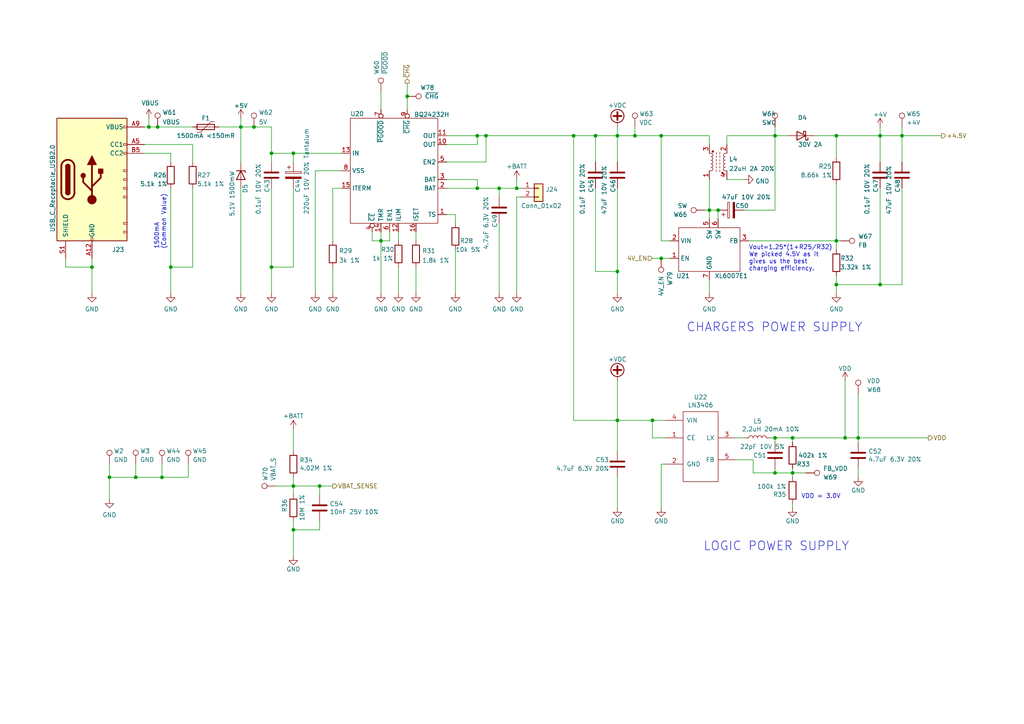
<source format=kicad_sch>
(kicad_sch (version 20211123) (generator eeschema)
  (paper "A4")
  (lib_symbols
    (symbol "Connector_Generic:Conn_01x02" (pin_names (offset 1.016) hide)
      (property "Reference" "J" (at 0 2.54 0))
      (property "Value" "Conn_01x02" (at 0 -5.08 0))
      (symbol "Conn_01x02_1_1"
        (rectangle (start -1.27 -2.413) (end 0 -2.667) (stroke (width 0.1524)))
        (rectangle (start -1.27 0.127) (end 0 -0.127) (stroke (width 0.1524)))
        (rectangle (start -1.27 1.27) (end 1.27 -3.81) (stroke (width 0.254)) (fill (type background)))
        (pin passive line (at -5.08 0 0) (length 3.81) (name "Pin_1") (number "1"))
        (pin passive line (at -5.08 -2.54 0) (length 3.81) (name "Pin_2") (number "2"))
      )
    )
    (symbol "Device:C" (pin_numbers hide) (pin_names (offset 0.254))
      (property "Reference" "C" (at 0.635 2.54 0))
      (property "Value" "C" (at 0.635 -2.54 0))
      (symbol "C_0_1"
        (polyline (pts (xy -2.032 -0.762) (xy 2.032 -0.762)) (stroke (width 0.508)))
        (polyline (pts (xy -2.032 0.762) (xy 2.032 0.762)) (stroke (width 0.508)))
      )
      (symbol "C_1_1"
        (pin passive line (at 0 3.81 270) (length 2.794) (name "~") (number "1"))
        (pin passive line (at 0 -3.81 90) (length 2.794) (name "~") (number "2"))
      )
    )
    (symbol "Device:C_Polarized" (pin_numbers hide) (pin_names (offset 0.254))
      (property "Reference" "C" (at 0.635 2.54 0))
      (property "Value" "C_Polarized" (at 0.635 -2.54 0))
      (symbol "C_Polarized_0_1"
        (rectangle (start -2.286 0.508) (end 2.286 1.016))
        (polyline (pts (xy -1.778 2.286) (xy -0.762 2.286)))
        (polyline (pts (xy -1.27 2.794) (xy -1.27 1.778)))
        (rectangle (start 2.286 -0.508) (end -2.286 -1.016) (fill (type outline)))
      )
      (symbol "C_Polarized_1_1"
        (pin passive line (at 0 3.81 270) (length 2.794) (name "~") (number "1"))
        (pin passive line (at 0 -3.81 90) (length 2.794) (name "~") (number "2"))
      )
    )
    (symbol "Device:D_Schottky" (pin_numbers hide) (pin_names (offset 1.016) hide)
      (property "Reference" "D" (at 0 2.54 0))
      (property "Value" "D_Schottky" (at 0 -2.54 0))
      (symbol "D_Schottky_0_1"
        (polyline (pts (xy 1.27 0) (xy -1.27 0)))
        (polyline (pts (xy 1.27 1.27) (xy 1.27 -1.27) (xy -1.27 0) (xy 1.27 1.27)) (stroke (width 0.254)))
        (polyline (pts (xy -1.905 0.635) (xy -1.905 1.27) (xy -1.27 1.27) (xy -1.27 -1.27) (xy -0.635 -1.27) (xy -0.635 -0.635)) (stroke (width 0.254)))
      )
      (symbol "D_Schottky_1_1"
        (pin passive line (at -3.81 0 0) (length 2.54) (name "K") (number "1"))
        (pin passive line (at 3.81 0 180) (length 2.54) (name "A") (number "2"))
      )
    )
    (symbol "Device:D_Zener" (pin_numbers hide) (pin_names (offset 1.016) hide)
      (property "Reference" "D" (at 0 2.54 0))
      (property "Value" "D_Zener" (at 0 -2.54 0))
      (symbol "D_Zener_0_1"
        (polyline (pts (xy 1.27 0) (xy -1.27 0)))
        (polyline (pts (xy -1.27 -1.27) (xy -1.27 1.27) (xy -0.762 1.27)) (stroke (width 0.254)))
        (polyline (pts (xy 1.27 -1.27) (xy 1.27 1.27) (xy -1.27 0) (xy 1.27 -1.27)) (stroke (width 0.254)))
      )
      (symbol "D_Zener_1_1"
        (pin passive line (at -3.81 0 0) (length 2.54) (name "K") (number "1"))
        (pin passive line (at 3.81 0 180) (length 2.54) (name "A") (number "2"))
      )
    )
    (symbol "Device:L" (pin_numbers hide) (pin_names (offset 1.016) hide)
      (property "Reference" "L" (at -1.27 0 90))
      (property "Value" "L" (at 1.905 0 90))
      (symbol "L_0_1"
        (arc (start 0 -2.54) (mid 0.635 -1.905) (end 0 -1.27))
        (arc (start 0 -1.27) (mid 0.635 -0.635) (end 0 0))
        (arc (start 0 0) (mid 0.635 0.635) (end 0 1.27))
        (arc (start 0 1.27) (mid 0.635 1.905) (end 0 2.54))
      )
      (symbol "L_1_1"
        (pin passive line (at 0 3.81 270) (length 1.27) (name "1") (number "1"))
        (pin passive line (at 0 -3.81 90) (length 1.27) (name "2") (number "2"))
      )
    )
    (symbol "Device:Polyfuse" (pin_numbers hide) (pin_names (offset 0))
      (property "Reference" "F" (at -2.54 0 90))
      (property "Value" "Polyfuse" (at 2.54 0 90))
      (symbol "Polyfuse_0_1"
        (rectangle (start -0.762 2.54) (end 0.762 -2.54) (stroke (width 0.254)))
        (polyline (pts (xy 0 2.54) (xy 0 -2.54)))
        (polyline (pts (xy -1.524 2.54) (xy -1.524 1.524) (xy 1.524 -1.524) (xy 1.524 -2.54)))
      )
      (symbol "Polyfuse_1_1"
        (pin passive line (at 0 3.81 270) (length 1.27) (name "~") (number "1"))
        (pin passive line (at 0 -3.81 90) (length 1.27) (name "~") (number "2"))
      )
    )
    (symbol "Device:R" (pin_numbers hide) (pin_names (offset 0))
      (property "Reference" "R" (at 2.032 0 90))
      (property "Value" "R" (at 0 0 90))
      (symbol "R_0_1"
        (rectangle (start -1.016 -2.54) (end 1.016 2.54) (stroke (width 0.254)))
      )
      (symbol "R_1_1"
        (pin passive line (at 0 3.81 270) (length 1.27) (name "~") (number "1"))
        (pin passive line (at 0 -3.81 90) (length 1.27) (name "~") (number "2"))
      )
    )
    (symbol "Pixels-dice:BQ24232H"
      (property "Reference" "U" (at 11.43 -16.51 0))
      (property "Value" "BQ24232H" (at 10.16 16.51 0))
      (symbol "BQ24232H_0_1"
        (rectangle (start -12.7 15.24) (end 12.7 -15.24))
      )
      (symbol "BQ24232H_1_1"
        (pin input line (at 15.24 -12.7 180) (length 2.54) (name "TS") (number "1"))
        (pin output line (at 15.24 7.62 180) (length 2.54) (name "OUT") (number "10"))
        (pin output line (at 15.24 10.16 180) (length 2.54) (name "OUT") (number "11"))
        (pin input line (at 1.27 -17.78 90) (length 2.54) (name "ILIM") (number "12"))
        (pin power_in line (at -15.24 5.08 0) (length 2.54) (name "IN") (number "13"))
        (pin input line (at -3.81 -17.78 90) (length 2.54) (name "TMR") (number "14"))
        (pin input line (at -15.24 -5.08 0) (length 2.54) (name "ITERM") (number "15"))
        (pin input line (at 6.35 -17.78 90) (length 2.54) (name "ISET") (number "16"))
        (pin power_in line (at 15.24 -5.08 180) (length 2.54) (name "BAT") (number "2"))
        (pin power_in line (at 15.24 -2.54 180) (length 2.54) (name "BAT") (number "3"))
        (pin input inverted (at -6.35 -17.78 90) (length 2.54) (name "~{CE}") (number "4"))
        (pin input line (at 15.24 2.54 180) (length 2.54) (name "EN2") (number "5"))
        (pin input line (at -1.27 -17.78 90) (length 2.54) (name "EN1") (number "6"))
        (pin input inverted (at -3.81 17.78 270) (length 2.54) (name "~{PGOOD}") (number "7"))
        (pin power_in line (at -15.24 0 0) (length 2.54) (name "VSS") (number "8"))
        (pin output inverted (at 3.81 17.78 270) (length 2.54) (name "~{CHG}") (number "9"))
      )
    )
    (symbol "Pixels-dice:LN3406" (pin_names (offset 1.016))
      (property "Reference" "U" (at 2.54 -11.43 0))
      (property "Value" "LN3406" (at -1.27 11.43 0))
      (symbol "LN3406_0_1"
        (rectangle (start -5.08 10.16) (end 5.08 -10.16))
      )
      (symbol "LN3406_1_1"
        (pin input line (at -10.16 2.54 0) (length 5.08) (name "CE") (number "1"))
        (pin power_in line (at -10.16 -5.08 0) (length 5.08) (name "GND") (number "2"))
        (pin power_out line (at 10.16 2.54 180) (length 5.08) (name "LX") (number "3"))
        (pin power_in line (at -10.16 7.62 0) (length 5.08) (name "VIN") (number "4"))
        (pin input line (at 10.16 -3.81 180) (length 5.08) (name "FB") (number "5"))
      )
    )
    (symbol "Pixels-dice:L_Ferrite_Coupled_Murata" (pin_names (offset 0.254) hide)
      (property "Reference" "L" (at 0 4.445 0))
      (property "Value" "L_Ferrite_Coupled_Murata" (at 0 -4.445 0))
      (symbol "L_Ferrite_Coupled_Murata_0_1"
        (circle (center -3.048 1.524) (radius 0.254) (fill (type outline)))
        (arc (start -2.54 2.032) (mid -2.032 1.524) (end -1.524 2.032))
        (arc (start -1.524 -2.032) (mid -2.032 -1.524) (end -2.54 -2.032))
        (arc (start -1.524 2.032) (mid -1.016 1.524) (end -0.508 2.032))
        (arc (start -0.508 -2.032) (mid -1.016 -1.524) (end -1.524 -2.032))
        (arc (start -0.508 2.032) (mid 0 1.524) (end 0.508 2.032))
        (polyline (pts (xy -2.794 -0.508) (xy -2.286 -0.508)))
        (polyline (pts (xy -2.794 0.508) (xy -2.286 0.508)))
        (polyline (pts (xy -2.54 -2.032) (xy -2.54 -2.54)))
        (polyline (pts (xy -2.54 2.032) (xy -2.54 2.54)))
        (polyline (pts (xy -1.778 -0.508) (xy -1.27 -0.508)))
        (polyline (pts (xy -1.778 0.508) (xy -1.27 0.508)))
        (polyline (pts (xy -0.762 -0.508) (xy -0.254 -0.508)))
        (polyline (pts (xy -0.762 0.508) (xy -0.254 0.508)))
        (polyline (pts (xy 0.254 -0.508) (xy 0.762 -0.508)))
        (polyline (pts (xy 0.254 0.508) (xy 0.762 0.508)))
        (polyline (pts (xy 1.27 -0.508) (xy 1.778 -0.508)))
        (polyline (pts (xy 1.27 0.508) (xy 1.778 0.508)))
        (polyline (pts (xy 2.286 -0.508) (xy 2.794 -0.508)))
        (polyline (pts (xy 2.286 0.508) (xy 2.794 0.508)))
        (polyline (pts (xy 2.54 -2.032) (xy 2.54 -2.54)))
        (polyline (pts (xy 2.54 2.54) (xy 2.54 2.032)))
        (arc (start 0.508 -2.032) (mid 0 -1.524) (end -0.508 -2.032))
        (arc (start 0.508 2.032) (mid 1.016 1.524) (end 1.524 2.032))
        (arc (start 1.524 -2.032) (mid 1.016 -1.524) (end 0.508 -2.032))
        (arc (start 1.524 2.032) (mid 2.032 1.524) (end 2.54 2.032))
        (arc (start 2.54 -2.032) (mid 2.032 -1.524) (end 1.524 -2.032))
        (circle (center 3.175 -1.27) (radius 0.254) (fill (type outline)))
      )
      (symbol "L_Ferrite_Coupled_Murata_1_1"
        (pin passive line (at 5.08 2.54 180) (length 2.54) (name "1") (number "1"))
        (pin passive line (at -5.08 -2.54 0) (length 2.54) (name "2") (number "2"))
        (pin passive line (at -5.08 2.54 0) (length 2.54) (name "3") (number "3"))
        (pin passive line (at 5.08 -2.54 180) (length 2.54) (name "4") (number "4"))
      )
    )
    (symbol "Pixels-dice:TEST_1P-conn" (pin_numbers hide) (pin_names (offset 0.762) hide)
      (property "Reference" "W" (at 0 6.858 0))
      (property "Value" "TEST_1P-conn" (at 0 5.08 0))
      (symbol "TEST_1P-conn_0_1"
        (circle (center 0 3.302) (radius 0.762))
      )
      (symbol "TEST_1P-conn_1_1"
        (pin passive line (at 0 0 90) (length 2.54) (name "1") (number "1"))
      )
    )
    (symbol "Pixels-dice:USB_C_Receptacle_USB2.0" (pin_names (offset 1.016))
      (property "Reference" "J" (at -10.16 19.05 0))
      (property "Value" "USB_C_Receptacle_USB2.0" (at 19.05 19.05 0))
      (symbol "USB_C_Receptacle_USB2.0_0_0"
        (rectangle (start -0.254 -17.78) (end 0.254 -16.764))
        (rectangle (start 10.16 -14.986) (end 9.144 -15.494))
        (rectangle (start 10.16 -12.446) (end 9.144 -12.954))
        (rectangle (start 10.16 -4.826) (end 9.144 -5.334))
        (rectangle (start 10.16 -2.286) (end 9.144 -2.794))
        (rectangle (start 10.16 0.254) (end 9.144 -0.254))
        (rectangle (start 10.16 2.794) (end 9.144 2.286))
        (rectangle (start 10.16 7.874) (end 9.144 7.366))
        (rectangle (start 10.16 10.414) (end 9.144 9.906))
        (rectangle (start 10.16 15.494) (end 9.144 14.986))
      )
      (symbol "USB_C_Receptacle_USB2.0_0_1"
        (rectangle (start -10.16 17.78) (end 10.16 -17.78) (stroke (width 0.254)) (fill (type background)))
        (arc (start -8.89 -3.81) (mid -6.985 -5.715) (end -5.08 -3.81) (stroke (width 0.508)))
        (arc (start -7.62 -3.81) (mid -6.985 -4.445) (end -6.35 -3.81) (stroke (width 0.254)))
        (arc (start -7.62 -3.81) (mid -6.985 -4.445) (end -6.35 -3.81) (stroke (width 0.254)) (fill (type outline)))
        (rectangle (start -7.62 -3.81) (end -6.35 3.81) (stroke (width 0.254)) (fill (type outline)))
        (arc (start -6.35 3.81) (mid -6.985 4.445) (end -7.62 3.81) (stroke (width 0.254)))
        (arc (start -6.35 3.81) (mid -6.985 4.445) (end -7.62 3.81) (stroke (width 0.254)) (fill (type outline)))
        (arc (start -5.08 3.81) (mid -6.985 5.715) (end -8.89 3.81) (stroke (width 0.508)))
        (circle (center -2.54 1.143) (radius 0.635) (stroke (width 0.254)) (fill (type outline)))
        (circle (center 0 -5.842) (radius 1.27) (fill (type outline)))
        (polyline (pts (xy -8.89 -3.81) (xy -8.89 3.81)) (stroke (width 0.508)))
        (polyline (pts (xy -5.08 3.81) (xy -5.08 -3.81)) (stroke (width 0.508)))
        (polyline (pts (xy 0 -5.842) (xy 0 4.318)) (stroke (width 0.508)))
        (polyline (pts (xy 0 -3.302) (xy -2.54 -0.762) (xy -2.54 0.508)) (stroke (width 0.508)))
        (polyline (pts (xy 0 -2.032) (xy 2.54 0.508) (xy 2.54 1.778)) (stroke (width 0.508)))
        (polyline (pts (xy -1.27 4.318) (xy 0 6.858) (xy 1.27 4.318) (xy -1.27 4.318)) (stroke (width 0.254)) (fill (type outline)))
        (rectangle (start 1.905 1.778) (end 3.175 3.048) (stroke (width 0.254)) (fill (type outline)))
      )
      (symbol "USB_C_Receptacle_USB2.0_1_1"
        (pin passive line (at 0 -22.86 90) (length 5.08) (name "GND") (number "A12"))
        (pin bidirectional line (at 15.24 10.16 180) (length 5.08) (name "CC1") (number "A5"))
        (pin passive line (at 15.24 15.24 180) (length 5.08) (name "VBUS") (number "A9"))
        (pin passive line (at 0 -22.86 90) (length 5.08) hide (name "GND") (number "B12"))
        (pin bidirectional line (at 15.24 7.62 180) (length 5.08) (name "CC2") (number "B5"))
        (pin passive line (at 15.24 15.24 180) (length 5.08) hide (name "VBUS") (number "B9"))
        (pin passive line (at -7.62 -22.86 90) (length 5.08) (name "SHIELD") (number "S1"))
      )
    )
    (symbol "Pixels-dice:XL6007E1"
      (property "Reference" "U" (at -8.89 -7.62 0))
      (property "Value" "XL6007E1" (at -6.35 7.62 0))
      (symbol "XL6007E1_0_1"
        (rectangle (start -8.89 6.35) (end 8.89 -6.35))
      )
      (symbol "XL6007E1_1_1"
        (pin input line (at -11.43 -2.54 0) (length 2.54) (name "EN") (number "1"))
        (pin power_in line (at -11.43 2.54 0) (length 2.54) (name "VIN") (number "2"))
        (pin input line (at 11.43 2.54 180) (length 2.54) (name "FB") (number "3"))
        (pin power_out line (at 0 8.89 270) (length 2.54) (name "SW") (number "5"))
        (pin power_out line (at 2.54 8.89 270) (length 2.54) (name "SW") (number "6"))
        (pin power_in line (at 0 -8.89 90) (length 2.54) (name "GND") (number "7"))
        (pin power_in line (at 2.54 -8.89 90) (length 2.54) hide (name "GND") (number "8"))
      )
    )
    (symbol "power:+4V" (power) (pin_names (offset 0))
      (property "Value" "+4V" (at 0 3.556 0))
      (symbol "+4V_0_1"
        (polyline (pts (xy -0.762 1.27) (xy 0 2.54)))
        (polyline (pts (xy 0 0) (xy 0 2.54)))
        (polyline (pts (xy 0 2.54) (xy 0.762 1.27)))
      )
      (symbol "+4V_1_1"
        (pin power_in line (at 0 0 90) (length 0) hide (name "+4V") (number "1"))
      )
    )
    (symbol "power:+5V" (power) (pin_names (offset 0))
      (property "Value" "+5V" (at 0 3.556 0))
      (symbol "+5V_0_1"
        (polyline (pts (xy -0.762 1.27) (xy 0 2.54)))
        (polyline (pts (xy 0 0) (xy 0 2.54)))
        (polyline (pts (xy 0 2.54) (xy 0.762 1.27)))
      )
      (symbol "+5V_1_1"
        (pin power_in line (at 0 0 90) (length 0) hide (name "+5V") (number "1"))
      )
    )
    (symbol "power:+BATT" (power) (pin_names (offset 0))
      (property "Value" "+BATT" (at 0 3.556 0))
      (symbol "+BATT_0_1"
        (polyline (pts (xy -0.762 1.27) (xy 0 2.54)))
        (polyline (pts (xy 0 0) (xy 0 2.54)))
        (polyline (pts (xy 0 2.54) (xy 0.762 1.27)))
      )
      (symbol "+BATT_1_1"
        (pin power_in line (at 0 0 90) (length 0) hide (name "+BATT") (number "1"))
      )
    )
    (symbol "power:+VDC" (power) (pin_names (offset 0))
      (property "Value" "+VDC" (at 0 6.35 0))
      (symbol "+VDC_0_1"
        (polyline (pts (xy -1.143 3.175) (xy 1.143 3.175)) (stroke (width 0.508)))
        (polyline (pts (xy 0 0) (xy 0 1.27)))
        (polyline (pts (xy 0 2.032) (xy 0 4.318)) (stroke (width 0.508)))
        (circle (center 0 3.175) (radius 1.905) (stroke (width 0.254)))
      )
      (symbol "+VDC_1_1"
        (pin power_in line (at 0 0 90) (length 0) hide (name "+VDC") (number "1"))
      )
    )
    (symbol "power:GND" (power) (pin_names (offset 0))
      (property "Value" "GND" (at 0 -3.81 0))
      (symbol "GND_0_1"
        (polyline (pts (xy 0 0) (xy 0 -1.27) (xy 1.27 -1.27) (xy 0 -2.54) (xy -1.27 -1.27) (xy 0 -1.27)))
      )
      (symbol "GND_1_1"
        (pin power_in line (at 0 0 270) (length 0) hide (name "GND") (number "1"))
      )
    )
    (symbol "power:VBUS" (power) (pin_names (offset 0))
      (property "Value" "VBUS" (at 0 3.81 0))
      (symbol "VBUS_0_1"
        (polyline (pts (xy -0.762 1.27) (xy 0 2.54)))
        (polyline (pts (xy 0 0) (xy 0 2.54)))
        (polyline (pts (xy 0 2.54) (xy 0.762 1.27)))
      )
      (symbol "VBUS_1_1"
        (pin power_in line (at 0 0 90) (length 0) hide (name "VBUS") (number "1"))
      )
    )
    (symbol "power:VDD" (power) (pin_names (offset 0))
      (property "Value" "VDD" (at 0 3.81 0))
      (symbol "VDD_0_1"
        (polyline (pts (xy -0.762 1.27) (xy 0 2.54)))
        (polyline (pts (xy 0 0) (xy 0 2.54)))
        (polyline (pts (xy 0 2.54) (xy 0.762 1.27)))
      )
      (symbol "VDD_1_1"
        (pin power_in line (at 0 0 90) (length 0) hide (name "VDD") (number "1"))
      )
    )
  )
  (junction (at 172.72 39.37))
  (junction (at 245.11 127))
  (junction (at 229.87 137.16))
  (junction (at 261.62 39.37))
  (junction (at 166.37 39.37))
  (junction (at 248.92 127))
  (junction (at 224.79 39.37))
  (junction (at 92.71 140.97))
  (junction (at 208.28 60.96))
  (junction (at 179.07 39.37))
  (junction (at 43.18 36.83))
  (junction (at 110.49 69.85))
  (junction (at 69.85 36.83))
  (junction (at 229.87 127))
  (junction (at 39.37 138.43))
  (junction (at 26.67 77.47))
  (junction (at 191.77 39.37))
  (junction (at 205.74 60.96))
  (junction (at 242.57 39.37))
  (junction (at 242.57 82.55))
  (junction (at 189.23 121.92))
  (junction (at 73.66 36.83))
  (junction (at 149.86 54.61))
  (junction (at 138.43 54.61))
  (junction (at 140.97 39.37))
  (junction (at 85.09 153.67))
  (junction (at 144.78 54.61))
  (junction (at 46.99 138.43))
  (junction (at 85.09 44.45))
  (junction (at 242.57 69.85))
  (junction (at 138.43 39.37))
  (junction (at 184.15 39.37))
  (junction (at 78.74 77.47))
  (junction (at 224.79 137.16))
  (junction (at 49.53 77.47))
  (junction (at 224.79 127))
  (junction (at 78.74 44.45))
  (junction (at 118.11 27.94))
  (junction (at 255.27 82.55))
  (junction (at 85.09 140.97))
  (junction (at 179.07 121.92))
  (junction (at 31.75 138.43))
  (junction (at 191.77 74.93))
  (junction (at 255.27 39.37))
  (junction (at 179.07 78.74))
  (junction (at 45.72 36.83))
  (wire (pts (xy 49.53 77.47) (xy 55.88 77.47)))
  (wire (pts (xy 96.52 77.47) (xy 96.52 85.09)))
  (wire (pts (xy 255.27 39.37) (xy 255.27 36.83)))
  (wire (pts (xy 43.18 34.29) (xy 43.18 36.83)))
  (wire (pts (xy 205.74 52.07) (xy 205.74 60.96)))
  (wire (pts (xy 31.75 138.43) (xy 31.75 144.78)))
  (wire (pts (xy 110.49 69.85) (xy 110.49 85.09)))
  (wire (pts (xy 172.72 39.37) (xy 172.72 46.99)))
  (wire (pts (xy 129.54 62.23) (xy 132.08 62.23)))
  (wire (pts (xy 144.78 64.77) (xy 144.78 85.09)))
  (wire (pts (xy 189.23 121.92) (xy 193.04 121.92)))
  (wire (pts (xy 172.72 54.61) (xy 172.72 78.74)))
  (wire (pts (xy 41.91 41.91) (xy 55.88 41.91)))
  (wire (pts (xy 166.37 39.37) (xy 172.72 39.37)))
  (wire (pts (xy 129.54 41.91) (xy 138.43 41.91)))
  (wire (pts (xy 191.77 39.37) (xy 191.77 69.85)))
  (wire (pts (xy 242.57 82.55) (xy 255.27 82.55)))
  (wire (pts (xy 179.07 138.43) (xy 179.07 147.32)))
  (wire (pts (xy 255.27 54.61) (xy 255.27 82.55)))
  (wire (pts (xy 208.28 60.96) (xy 208.28 63.5)))
  (wire (pts (xy 261.62 39.37) (xy 261.62 46.99)))
  (wire (pts (xy 172.72 78.74) (xy 179.07 78.74)))
  (wire (pts (xy 179.07 110.49) (xy 179.07 121.92)))
  (wire (pts (xy 191.77 134.62) (xy 191.77 147.32)))
  (wire (pts (xy 144.78 54.61) (xy 149.86 54.61)))
  (wire (pts (xy 242.57 69.85) (xy 243.84 69.85)))
  (wire (pts (xy 78.74 54.61) (xy 78.74 77.47)))
  (wire (pts (xy 78.74 44.45) (xy 78.74 46.99)))
  (wire (pts (xy 215.9 127) (xy 213.36 127)))
  (wire (pts (xy 26.67 74.93) (xy 26.67 77.47)))
  (wire (pts (xy 69.85 34.29) (xy 69.85 36.83)))
  (wire (pts (xy 242.57 69.85) (xy 242.57 72.39)))
  (wire (pts (xy 92.71 153.67) (xy 85.09 153.67)))
  (wire (pts (xy 85.09 124.46) (xy 85.09 130.81)))
  (wire (pts (xy 179.07 39.37) (xy 179.07 46.99)))
  (wire (pts (xy 118.11 27.94) (xy 118.11 31.75)))
  (wire (pts (xy 229.87 137.16) (xy 229.87 138.43)))
  (wire (pts (xy 255.27 39.37) (xy 255.27 46.99)))
  (wire (pts (xy 166.37 121.92) (xy 179.07 121.92)))
  (wire (pts (xy 179.07 39.37) (xy 184.15 39.37)))
  (wire (pts (xy 113.03 67.31) (xy 113.03 69.85)))
  (wire (pts (xy 261.62 54.61) (xy 261.62 82.55)))
  (wire (pts (xy 149.86 52.07) (xy 149.86 54.61)))
  (wire (pts (xy 49.53 44.45) (xy 49.53 46.99)))
  (wire (pts (xy 205.74 81.28) (xy 205.74 85.09)))
  (wire (pts (xy 242.57 39.37) (xy 255.27 39.37)))
  (wire (pts (xy 132.08 72.39) (xy 132.08 85.09)))
  (wire (pts (xy 242.57 69.85) (xy 217.17 69.85)))
  (wire (pts (xy 19.05 77.47) (xy 26.67 77.47)))
  (wire (pts (xy 85.09 77.47) (xy 78.74 77.47)))
  (wire (pts (xy 31.75 138.43) (xy 39.37 138.43)))
  (wire (pts (xy 179.07 121.92) (xy 189.23 121.92)))
  (wire (pts (xy 85.09 44.45) (xy 99.06 44.45)))
  (wire (pts (xy 179.07 36.83) (xy 179.07 39.37)))
  (wire (pts (xy 19.05 74.93) (xy 19.05 77.47)))
  (wire (pts (xy 118.11 24.13) (xy 118.11 27.94)))
  (wire (pts (xy 224.79 127) (xy 223.52 127)))
  (wire (pts (xy 92.71 151.13) (xy 92.71 153.67)))
  (wire (pts (xy 248.92 135.89) (xy 248.92 138.43)))
  (wire (pts (xy 248.92 127) (xy 248.92 128.27)))
  (wire (pts (xy 242.57 82.55) (xy 242.57 85.09)))
  (wire (pts (xy 245.11 110.49) (xy 245.11 127)))
  (wire (pts (xy 92.71 140.97) (xy 92.71 143.51)))
  (wire (pts (xy 255.27 39.37) (xy 261.62 39.37)))
  (wire (pts (xy 224.79 137.16) (xy 229.87 137.16)))
  (wire (pts (xy 80.01 140.97) (xy 85.09 140.97)))
  (wire (pts (xy 229.87 127) (xy 245.11 127)))
  (wire (pts (xy 78.74 77.47) (xy 78.74 85.09)))
  (wire (pts (xy 191.77 74.93) (xy 194.31 74.93)))
  (wire (pts (xy 261.62 36.83) (xy 261.62 39.37)))
  (wire (pts (xy 149.86 85.09) (xy 149.86 57.15)))
  (wire (pts (xy 210.82 41.91) (xy 210.82 39.37)))
  (wire (pts (xy 245.11 127) (xy 248.92 127)))
  (wire (pts (xy 99.06 49.53) (xy 91.44 49.53)))
  (wire (pts (xy 179.07 78.74) (xy 179.07 85.09)))
  (wire (pts (xy 205.74 60.96) (xy 205.74 63.5)))
  (wire (pts (xy 248.92 114.3) (xy 248.92 127)))
  (wire (pts (xy 46.99 138.43) (xy 54.61 138.43)))
  (wire (pts (xy 85.09 140.97) (xy 92.71 140.97)))
  (wire (pts (xy 224.79 137.16) (xy 224.79 135.89)))
  (wire (pts (xy 261.62 39.37) (xy 273.05 39.37)))
  (wire (pts (xy 129.54 54.61) (xy 138.43 54.61)))
  (wire (pts (xy 242.57 39.37) (xy 242.57 45.72)))
  (wire (pts (xy 140.97 46.99) (xy 140.97 39.37)))
  (wire (pts (xy 229.87 146.05) (xy 229.87 147.32)))
  (wire (pts (xy 69.85 54.61) (xy 69.85 85.09)))
  (wire (pts (xy 172.72 39.37) (xy 179.07 39.37)))
  (wire (pts (xy 69.85 36.83) (xy 69.85 46.99)))
  (wire (pts (xy 73.66 36.83) (xy 78.74 36.83)))
  (wire (pts (xy 140.97 39.37) (xy 166.37 39.37)))
  (wire (pts (xy 229.87 137.16) (xy 229.87 135.89)))
  (wire (pts (xy 132.08 62.23) (xy 132.08 64.77)))
  (wire (pts (xy 138.43 41.91) (xy 138.43 39.37)))
  (wire (pts (xy 78.74 36.83) (xy 78.74 44.45)))
  (wire (pts (xy 236.22 39.37) (xy 242.57 39.37)))
  (wire (pts (xy 242.57 80.01) (xy 242.57 82.55)))
  (wire (pts (xy 110.49 67.31) (xy 110.49 69.85)))
  (wire (pts (xy 63.5 36.83) (xy 69.85 36.83)))
  (wire (pts (xy 138.43 39.37) (xy 140.97 39.37)))
  (wire (pts (xy 69.85 36.83) (xy 73.66 36.83)))
  (wire (pts (xy 45.72 36.83) (xy 55.88 36.83)))
  (wire (pts (xy 85.09 153.67) (xy 85.09 161.29)))
  (wire (pts (xy 191.77 69.85) (xy 194.31 69.85)))
  (wire (pts (xy 85.09 44.45) (xy 78.74 44.45)))
  (wire (pts (xy 107.95 67.31) (xy 107.95 69.85)))
  (wire (pts (xy 129.54 39.37) (xy 138.43 39.37)))
  (wire (pts (xy 229.87 137.16) (xy 233.68 137.16)))
  (wire (pts (xy 85.09 54.61) (xy 85.09 77.47)))
  (wire (pts (xy 224.79 128.27) (xy 224.79 127)))
  (wire (pts (xy 39.37 138.43) (xy 39.37 134.62)))
  (wire (pts (xy 55.88 41.91) (xy 55.88 46.99)))
  (wire (pts (xy 166.37 39.37) (xy 166.37 121.92)))
  (wire (pts (xy 85.09 151.13) (xy 85.09 153.67)))
  (wire (pts (xy 99.06 54.61) (xy 96.52 54.61)))
  (wire (pts (xy 110.49 26.67) (xy 110.49 31.75)))
  (wire (pts (xy 205.74 60.96) (xy 208.28 60.96)))
  (wire (pts (xy 215.9 60.96) (xy 224.79 60.96)))
  (wire (pts (xy 115.57 77.47) (xy 115.57 85.09)))
  (wire (pts (xy 41.91 36.83) (xy 43.18 36.83)))
  (wire (pts (xy 129.54 46.99) (xy 140.97 46.99)))
  (wire (pts (xy 31.75 134.62) (xy 31.75 138.43)))
  (wire (pts (xy 242.57 53.34) (xy 242.57 69.85)))
  (wire (pts (xy 46.99 138.43) (xy 46.99 134.62)))
  (wire (pts (xy 107.95 69.85) (xy 110.49 69.85)))
  (wire (pts (xy 41.91 44.45) (xy 49.53 44.45)))
  (wire (pts (xy 91.44 49.53) (xy 91.44 85.09)))
  (wire (pts (xy 85.09 44.45) (xy 85.09 46.99)))
  (wire (pts (xy 224.79 60.96) (xy 224.79 39.37)))
  (wire (pts (xy 229.87 128.27) (xy 229.87 127)))
  (wire (pts (xy 189.23 74.93) (xy 191.77 74.93)))
  (wire (pts (xy 96.52 54.61) (xy 96.52 69.85)))
  (wire (pts (xy 55.88 54.61) (xy 55.88 77.47)))
  (wire (pts (xy 149.86 54.61) (xy 151.13 54.61)))
  (wire (pts (xy 184.15 36.83) (xy 184.15 39.37)))
  (wire (pts (xy 189.23 127) (xy 189.23 121.92)))
  (wire (pts (xy 54.61 138.43) (xy 54.61 134.62)))
  (wire (pts (xy 179.07 130.81) (xy 179.07 121.92)))
  (wire (pts (xy 179.07 54.61) (xy 179.07 78.74)))
  (wire (pts (xy 43.18 36.83) (xy 45.72 36.83)))
  (wire (pts (xy 191.77 134.62) (xy 193.04 134.62)))
  (wire (pts (xy 224.79 36.83) (xy 224.79 39.37)))
  (wire (pts (xy 138.43 54.61) (xy 144.78 54.61)))
  (wire (pts (xy 26.67 77.47) (xy 26.67 85.09)))
  (wire (pts (xy 205.74 39.37) (xy 205.74 41.91)))
  (wire (pts (xy 144.78 54.61) (xy 144.78 57.15)))
  (wire (pts (xy 261.62 82.55) (xy 255.27 82.55)))
  (wire (pts (xy 248.92 127) (xy 269.24 127)))
  (wire (pts (xy 49.53 77.47) (xy 49.53 85.09)))
  (wire (pts (xy 138.43 52.07) (xy 138.43 54.61)))
  (wire (pts (xy 191.77 39.37) (xy 205.74 39.37)))
  (wire (pts (xy 85.09 138.43) (xy 85.09 140.97)))
  (wire (pts (xy 224.79 39.37) (xy 228.6 39.37)))
  (wire (pts (xy 113.03 69.85) (xy 110.49 69.85)))
  (wire (pts (xy 218.44 137.16) (xy 224.79 137.16)))
  (wire (pts (xy 210.82 39.37) (xy 224.79 39.37)))
  (wire (pts (xy 85.09 140.97) (xy 85.09 143.51)))
  (wire (pts (xy 149.86 57.15) (xy 151.13 57.15)))
  (wire (pts (xy 129.54 52.07) (xy 138.43 52.07)))
  (wire (pts (xy 120.65 77.47) (xy 120.65 85.09)))
  (wire (pts (xy 213.36 133.35) (xy 218.44 133.35)))
  (wire (pts (xy 92.71 140.97) (xy 96.52 140.97)))
  (wire (pts (xy 204.47 60.96) (xy 205.74 60.96)))
  (wire (pts (xy 39.37 138.43) (xy 46.99 138.43)))
  (wire (pts (xy 210.82 52.07) (xy 215.9 52.07)))
  (wire (pts (xy 49.53 54.61) (xy 49.53 77.47)))
  (wire (pts (xy 218.44 133.35) (xy 218.44 137.16)))
  (wire (pts (xy 229.87 127) (xy 224.79 127)))
  (wire (pts (xy 120.65 67.31) (xy 120.65 69.85)))
  (wire (pts (xy 115.57 67.31) (xy 115.57 69.85)))
  (wire (pts (xy 193.04 127) (xy 189.23 127)))
  (wire (pts (xy 184.15 39.37) (xy 191.77 39.37)))
  (text "1500mA\n(Common Value)" (at 48.26 72.39 90) (effects (font (size 1.27 1.27)) (justify left bottom)))
  (text "CHARGERS POWER SUPPLY" (at 250.19 96.52 180) (effects (font (size 2.54 2.54)) (justify right bottom)))
  (text "VDD = 3.0V" (at 243.84 144.78 180) (effects (font (size 1.27 1.27)) (justify right bottom)))
  (text "LOGIC POWER SUPPLY" (at 246.38 160.02 180) (effects (font (size 2.54 2.54)) (justify right bottom)))
  (text "Vout=1.25*(1+R25/R32)\nWe picked 4.5V as it\ngives us the best\ncharging efficiency." (at 217.17 78.74 0) (effects (font (size 1.27 1.27)) (justify left bottom)))
  (hierarchical_label "4V_EN" (shape input) (at 189.23 74.93 180))
  (hierarchical_label "VDD" (shape output) (at 269.24 127 0))
  (hierarchical_label "VBAT_SENSE" (shape output) (at 96.52 140.97 0))
  (hierarchical_label "+4.5V" (shape output) (at 273.05 39.37 0))
  (hierarchical_label "~{CHG}" (shape output) (at 118.11 24.13 90))
  (symbol (lib_id "Device:L") (at 219.71 127 90) (unit 1)
    (property "Reference" "L5" (at 219.71 122.174 90))
    (property "Value" "2.2uH 20mA 10%" (at 223.52 124.46 90))
    (property "Footprint" "Inductor_SMD:L_0805_2012Metric" (effects hide))
    (property "Generic OK" "YES" (effects hide))
    (property "Pixels Part Number" "SMD-L004" (effects hide))
    (property "Manufacturer" "Bourns" (effects hide))
    (property "Manufacturer Part Number" "CV201210-2R2K" (effects hide))
    (property "LCSC Part Number" "C139455" (effects hide))
  )
  (symbol (lib_id "power:GND") (at 132.08 85.09 0) (unit 1)
    (property "Reference" "#PWR073" (effects hide))
    (property "Value" "GND" (at 132.08 89.6525 0))
  )
  (symbol (lib_id "Device:C") (at 255.27 50.8 0) (unit 1)
    (property "Reference" "C47" (at 254 55.88 90) (effects (justify left)))
    (property "Value" "0.1uF 10V 20%" (at 251.46 62.23 90) (effects (justify left)))
    (property "Footprint" "Capacitor_SMD:C_0402_1005Metric" (effects hide))
    (property "LCSC Part Number" "C2168305" (effects hide))
    (property "Manufacturer" "Murata" (effects hide))
    (property "Manufacturer Part Number" "GRM155R71E104KE14J" (effects hide))
  )
  (symbol (lib_id "Pixels-dice:TEST_1P-conn") (at 261.62 36.83 0) (unit 1)
    (property "Reference" "W65" (at 262.89 33.02 0) (effects (justify left)))
    (property "Value" "+4V" (at 262.89 35.56 0) (effects (justify left)))
    (property "Footprint" "Pixels-dice:TestPoint_THTPad_1.5x1.5mm_Drill0.7mm" (effects hide))
  )
  (symbol (lib_id "Device:R") (at 242.57 49.53 0) (unit 1)
    (property "Reference" "R25" (at 241.3 48.26 0) (effects (justify right)))
    (property "Value" "8.66k 1%" (at 241.3 50.8 0) (effects (justify right)))
    (property "Footprint" "Resistor_SMD:R_0402_1005Metric" (effects hide))
    (property "LCSC Part Number" "C270576" (effects hide))
    (property "Manufacturer" "UNI-ROYAL(Uniroyal Elec)" (effects hide))
    (property "Manufacturer Part Number" "0402WGF8661TCE" (effects hide))
  )
  (symbol (lib_id "Device:R") (at 115.57 73.66 0) (unit 1)
    (property "Reference" "R30" (at 110.49 72.39 0) (effects (justify left)))
    (property "Value" "1k 1%" (at 107.95 74.93 0) (effects (justify left)))
    (property "Footprint" "Resistor_SMD:R_0402_1005Metric" (effects hide))
    (property "LCSC Part Number" "C11702" (effects hide))
    (property "Manufacturer" "UNI-ROYAL(Uniroyal Elec)" (effects hide))
    (property "Manufacturer Part Number" "0402WGF1001TCE" (effects hide))
  )
  (symbol (lib_id "power:+5V") (at 69.85 34.29 0) (unit 1)
    (property "Reference" "#PWR059" (effects hide))
    (property "Value" "+5V" (at 69.85 30.6855 0))
  )
  (symbol (lib_id "Pixels-dice:TEST_1P-conn") (at 73.66 36.83 0) (unit 1)
    (property "Reference" "W62" (at 75.057 32.6195 0) (effects (justify left)))
    (property "Value" "5V" (at 75.057 35.3946 0) (effects (justify left)))
    (property "Footprint" "Pixels-dice:TEST_PIN" (effects hide))
  )
  (symbol (lib_id "power:+BATT") (at 85.09 124.46 0) (unit 1)
    (property "Reference" "#PWR081" (effects hide))
    (property "Value" "+BATT" (at 85.09 120.65 0))
  )
  (symbol (lib_id "Pixels-dice:TEST_1P-conn") (at 45.72 36.83 0) (unit 1)
    (property "Reference" "W61" (at 47.117 32.6195 0) (effects (justify left)))
    (property "Value" "VBUS" (at 47.117 35.3946 0) (effects (justify left)))
    (property "Footprint" "Pixels-dice:TestPoint_THTPad_1.5x1.5mm_Drill0.7mm" (effects hide))
  )
  (symbol (lib_id "power:GND") (at 115.57 85.09 0) (unit 1)
    (property "Reference" "#PWR071" (effects hide))
    (property "Value" "GND" (at 115.57 89.6525 0))
  )
  (symbol (lib_id "Device:Polyfuse") (at 59.69 36.83 90) (unit 1)
    (property "Reference" "F1" (at 59.69 34.29 90))
    (property "Value" "1500mA <150mR" (at 59.69 39.37 90))
    (property "Footprint" "Fuse:Fuse_1206_3216Metric" (effects hide))
    (property "Manufacturer" "Shenzhen JDT Fuse" (effects hide))
    (property "LCSC Part Number" "C135341" (effects hide))
    (property "Manufacturer Part Number" "ASMD1206-150" (effects hide))
  )
  (symbol (lib_id "Device:R") (at 49.53 50.8 180) (unit 1)
    (property "Reference" "R26" (at 44.45 50.8 0) (effects (justify right)))
    (property "Value" "5.1k 1%" (at 40.64 53.34 0) (effects (justify right)))
    (property "Footprint" "Resistor_SMD:R_0402_1005Metric" (effects hide))
    (property "LCSC Part Number" "C25905" (effects hide))
    (property "Manufacturer" "UNI-ROYAL(Uniroyal Elec)" (effects hide))
    (property "Manufacturer Part Number" "0402WGF5101TCE" (effects hide))
  )
  (symbol (lib_id "power:GND") (at 69.85 85.09 0) (unit 1)
    (property "Reference" "#PWR066" (effects hide))
    (property "Value" "GND" (at 69.85 89.6525 0))
  )
  (symbol (lib_id "power:GND") (at 49.53 85.09 0) (unit 1)
    (property "Reference" "#PWR065" (effects hide))
    (property "Value" "GND" (at 49.53 89.6525 0))
  )
  (symbol (lib_id "Device:R") (at 55.88 50.8 180) (unit 1)
    (property "Reference" "R27" (at 57.15 50.8 0) (effects (justify right)))
    (property "Value" "5.1k 1%" (at 57.15 53.34 0) (effects (justify right)))
    (property "Footprint" "Resistor_SMD:R_0402_1005Metric" (effects hide))
    (property "LCSC Part Number" "C25905" (effects hide))
    (property "Manufacturer" "UNI-ROYAL(Uniroyal Elec)" (effects hide))
    (property "Manufacturer Part Number" "0402WGF5101TCE" (effects hide))
  )
  (symbol (lib_id "Pixels-dice:TEST_1P-conn") (at 39.37 134.62 0) (unit 1)
    (property "Reference" "W3" (at 40.64 130.81 0) (effects (justify left)))
    (property "Value" "GND" (at 40.64 133.35 0) (effects (justify left)))
    (property "Footprint" "Pixels-dice:TestPoint_THTPad_1.5x1.5mm_Drill0.7mm" (effects hide))
  )
  (symbol (lib_id "power:VBUS") (at 43.18 34.29 0) (unit 1)
    (property "Reference" "#PWR058" (effects hide))
    (property "Value" "VBUS" (at 43.561 29.8958 0))
  )
  (symbol (lib_id "power:GND") (at 91.44 85.09 0) (unit 1)
    (property "Reference" "#PWR068" (effects hide))
    (property "Value" "GND" (at 91.44 89.6525 0))
  )
  (symbol (lib_id "power:GND") (at 179.07 85.09 0) (unit 1)
    (property "Reference" "#PWR076" (effects hide))
    (property "Value" "GND" (at 179.07 89.6525 0))
  )
  (symbol (lib_id "Device:R") (at 96.52 73.66 0) (unit 1)
    (property "Reference" "R29" (at 98.298 72.7515 0) (effects (justify left)))
    (property "Value" "3k 1%" (at 98.298 75.5266 0) (effects (justify left)))
    (property "Footprint" "Resistor_SMD:R_0402_1005Metric" (effects hide))
    (property "LCSC Part Number" "C25784" (effects hide))
    (property "Manufacturer" "UNI-ROYAL(Uniroyal Elec)" (effects hide))
    (property "Manufacturer Part Number" "0402WGF3001TCE" (effects hide))
  )
  (symbol (lib_id "Device:C") (at 172.72 50.8 0) (unit 1)
    (property "Reference" "C45" (at 171.45 55.88 90) (effects (justify left)))
    (property "Value" "0.1uF 10V 20%" (at 168.91 62.23 90) (effects (justify left)))
    (property "Footprint" "Capacitor_SMD:C_0402_1005Metric" (effects hide))
    (property "LCSC Part Number" "C2168305" (effects hide))
    (property "Manufacturer" "Murata" (effects hide))
    (property "Manufacturer Part Number" "GRM155R71E104KE14J" (effects hide))
  )
  (symbol (lib_id "power:GND") (at 78.74 85.09 0) (unit 1)
    (property "Reference" "#PWR067" (effects hide))
    (property "Value" "GND" (at 78.74 89.6525 0))
  )
  (symbol (lib_id "power:GND") (at 110.49 85.09 0) (unit 1)
    (property "Reference" "#PWR070" (effects hide))
    (property "Value" "GND" (at 110.49 89.6525 0))
  )
  (symbol (lib_id "Pixels-dice:USB_C_Receptacle_USB2.0") (at 26.67 52.07 0) (unit 1)
    (property "Reference" "J23" (at 34.29 72.39 0))
    (property "Value" "USB_C_Receptacle_USB2.0" (at 15.24 54.61 90))
    (property "Footprint" "Pixels-dice:USB-C-SMD_10P-P1.00-L6.8-W8.9" (effects hide))
    (property "Datasheet" "https://www.usb.org/sites/default/files/documents/usb_type-c.zip" (effects hide))
    (property "LCSC Part Number" "C283540" (effects hide))
    (property "Manufacturer" "Korean Hroparts Elec" (effects hide))
    (property "Manufacturer Part Number" "TYPE-C-31-M-17" (effects hide))
  )
  (symbol (lib_id "Device:R") (at 120.65 73.66 0) (unit 1)
    (property "Reference" "R31" (at 122.428 72.7515 0) (effects (justify left)))
    (property "Value" "1.8k 1%" (at 122.428 75.5266 0) (effects (justify left)))
    (property "Footprint" "Resistor_SMD:R_0402_1005Metric" (effects hide))
    (property "LCSC Part Number" "C25871" (effects hide))
    (property "Manufacturer" "UNI-ROYAL(Uniroyal Elec)" (effects hide))
    (property "Manufacturer Part Number" "0402WGF1801TCE" (effects hide))
  )
  (symbol (lib_id "Device:C") (at 261.62 50.8 0) (unit 1)
    (property "Reference" "C48" (at 260.35 55.88 90) (effects (justify left)))
    (property "Value" "47uF 10V 20%" (at 257.81 62.23 90) (effects (justify left)))
    (property "Footprint" "Capacitor_SMD:C_1206_3216Metric" (effects hide))
    (property "LCSC Part Number" "C94034" (effects hide))
    (property "Manufacturer" "Murata" (effects hide))
    (property "Manufacturer Part Number" "GRM31CR61A476ME15L" (effects hide))
  )
  (symbol (lib_id "power:GND") (at 31.75 144.78 0) (unit 1)
    (property "Reference" "#PWR010" (effects hide))
    (property "Value" "GND" (at 31.75 149.3425 0))
  )
  (symbol (lib_id "power:GND") (at 144.78 85.09 0) (unit 1)
    (property "Reference" "#PWR074" (effects hide))
    (property "Value" "GND" (at 144.78 89.6525 0))
  )
  (symbol (lib_id "Pixels-dice:TEST_1P-conn") (at 31.75 134.62 0) (unit 1)
    (property "Reference" "W2" (at 33.02 130.81 0) (effects (justify left)))
    (property "Value" "GND" (at 33.02 133.35 0) (effects (justify left)))
    (property "Footprint" "Pixels-dice:TestPoint_THTPad_1.5x1.5mm_Drill0.7mm" (effects hide))
  )
  (symbol (lib_id "Pixels-dice:TEST_1P-conn") (at 248.92 114.3 0) (unit 1)
    (property "Reference" "W68" (at 251.46 113.03 0) (effects (justify left)))
    (property "Value" "VDD" (at 251.46 110.49 0) (effects (justify left)))
    (property "Footprint" "Pixels-dice:TestPoint_THTPad_1.5x1.5mm_Drill0.7mm" (effects hide))
  )
  (symbol (lib_id "Device:C") (at 248.92 132.08 0) (unit 1)
    (property "Reference" "C52" (at 251.841 130.9116 0) (effects (justify left)))
    (property "Value" "4.7uF 6.3V 20%" (at 251.841 133.223 0) (effects (justify left)))
    (property "Footprint" "Capacitor_SMD:C_0603_1608Metric" (effects hide))
    (property "Generic OK" "YES" (effects hide))
    (property "Pixels Part Number" "SMD-C002" (effects hide))
    (property "Manufacturer" "Murata" (effects hide))
    (property "Manufacturer Part Number" "GRM188R61A475KE15D" (effects hide))
    (property "LCSC Part Number" "C71633" (effects hide))
  )
  (symbol (lib_id "Device:C") (at 224.79 132.08 0) (unit 1)
    (property "Reference" "C51" (at 218.44 132.08 0) (effects (justify left)))
    (property "Value" "22pF 10V 5%" (at 214.63 129.54 0) (effects (justify left)))
    (property "Footprint" "Capacitor_SMD:C_0402_1005Metric" (effects hide))
    (property "Generic OK" "YES" (effects hide))
    (property "Pixels Part Number" "SMD-C007" (effects hide))
    (property "Manufacturer" "Yageo" (effects hide))
    (property "Manufacturer Part Number" "CC0402JRNPO9BN220" (effects hide))
    (property "LCSC Part Number" "C106203" (effects hide))
  )
  (symbol (lib_id "Device:C_Polarized") (at 212.09 60.96 90) (unit 1)
    (property "Reference" "C50" (at 217.17 59.69 90) (effects (justify left)))
    (property "Value" "47uF 10V 20%" (at 223.52 57.15 90) (effects (justify left)))
    (property "Footprint" "Capacitor_SMD:C_1206_3216Metric" (effects hide))
    (property "LCSC Part Number" "C94034" (effects hide))
    (property "Manufacturer" "Murata" (effects hide))
    (property "Manufacturer Part Number" "GRM31CR61A476ME15L" (effects hide))
  )
  (symbol (lib_id "Device:C") (at 92.71 147.32 0) (unit 1)
    (property "Reference" "C54" (at 95.631 146.1516 0) (effects (justify left)))
    (property "Value" "10nF 25V 10%" (at 95.631 148.463 0) (effects (justify left)))
    (property "Footprint" "Capacitor_SMD:C_0402_1005Metric" (effects hide))
    (property "Generic OK" "YES" (effects hide))
    (property "Pixels Part Number" "SMD-C009" (effects hide))
    (property "Manufacturer" "Yageo" (effects hide))
    (property "Manufacturer Part Number" "AC0402KPX7R9BB103" (effects hide))
    (property "LCSC Part Number" "C2175791" (effects hide))
  )
  (symbol (lib_id "Device:C") (at 78.74 50.8 0) (unit 1)
    (property "Reference" "C43" (at 77.47 55.88 90) (effects (justify left)))
    (property "Value" "0.1uF 10V 20%" (at 74.93 62.23 90) (effects (justify left)))
    (property "Footprint" "Capacitor_SMD:C_0402_1005Metric" (effects hide))
    (property "LCSC Part Number" "C2168305" (effects hide))
    (property "Manufacturer" "Murata" (effects hide))
    (property "Manufacturer Part Number" "GRM155R71E104KE14J" (effects hide))
  )
  (symbol (lib_id "Pixels-dice:TEST_1P-conn") (at 46.99 134.62 0) (unit 1)
    (property "Reference" "W44" (at 48.26 130.81 0) (effects (justify left)))
    (property "Value" "GND" (at 48.26 133.35 0) (effects (justify left)))
    (property "Footprint" "Pixels-dice:TestPoint_THTPad_1.5x1.5mm_Drill0.7mm" (effects hide))
  )
  (symbol (lib_id "Pixels-dice:L_Ferrite_Coupled_Murata") (at 208.28 46.99 90) (mirror x) (unit 1)
    (property "Reference" "L4" (at 211.455 46.145 90) (effects (justify right)))
    (property "Value" "22uH 2A 20%" (at 211.455 48.9201 90) (effects (justify right)))
    (property "Footprint" "Pixels-dice:Murata 4700" (effects hide))
    (property "Manufacturer" "Murata" (effects hide))
    (property "Manufacturer Part Number" "47220C" (effects hide))
  )
  (symbol (lib_id "Pixels-dice:XL6007E1") (at 205.74 72.39 0) (unit 1)
    (property "Reference" "U21" (at 198.12 80.01 0))
    (property "Value" "XL6007E1" (at 212.09 80.01 0))
    (property "Footprint" "Pixels-dice:SOIC-8_3.9x4.9mm_P1.27mm" (effects hide))
    (property "LCSC Part Number" "C73334" (effects hide))
    (property "Manufacturer" "XLSEMI" (effects hide))
    (property "Manufacturer Part Number" "XL6007E1" (effects hide))
  )
  (symbol (lib_id "power:GND") (at 26.67 85.09 0) (unit 1)
    (property "Reference" "#PWR064" (effects hide))
    (property "Value" "GND" (at 26.67 89.6525 0))
  )
  (symbol (lib_id "power:GND") (at 229.87 147.32 0) (unit 1)
    (property "Reference" "#PWR085" (effects hide))
    (property "Value" "GND" (at 229.87 151.13 0))
  )
  (symbol (lib_id "Device:R") (at 229.87 132.08 180) (unit 1)
    (property "Reference" "R33" (at 234.95 134.62 0) (effects (justify left)))
    (property "Value" "402k 1%" (at 240.03 132.08 0) (effects (justify left)))
    (property "Footprint" "Resistor_SMD:R_0402_1005Metric" (effects hide))
    (property "Generic OK" "YES" (effects hide))
    (property "Pixels Part Number" "SMD-R001" (effects hide))
    (property "Manufacturer" "UNI-ROYAL(Uniroyal Elec)" (effects hide))
    (property "Manufacturer Part Number" "0402WGF4023TCE" (effects hide))
    (property "LCSC Part Number" "C25785" (effects hide))
  )
  (symbol (lib_id "Pixels-dice:BQ24232H") (at 114.3 49.53 0) (unit 1)
    (property "Reference" "U20" (at 101.6 33.02 0) (effects (justify left)))
    (property "Value" "BQ24232H" (at 120.1294 33.2256 0) (effects (justify left)))
    (property "Footprint" "Package_DFN_QFN:VQFN-16-1EP_3x3mm_P0.5mm_EP1.6x1.6mm" (effects hide))
    (property "LCSC Part Number" "C575586" (effects hide))
    (property "Manufacturer" "Texas Instrument" (effects hide))
    (property "Manufacturer Part Number" "BQ24232HRGTR" (effects hide))
  )
  (symbol (lib_id "Pixels-dice:TEST_1P-conn") (at 110.49 26.67 0) (unit 1)
    (property "Reference" "W60" (at 109.22 21.59 90) (effects (justify left)))
    (property "Value" "~{PGOOD}" (at 111.76 21.59 90) (effects (justify left)))
    (property "Footprint" "Pixels-dice:TEST_PIN" (effects hide))
  )
  (symbol (lib_id "Device:C_Polarized") (at 85.09 50.8 0) (unit 1)
    (property "Reference" "C44" (at 86.36 55.88 90) (effects (justify left)))
    (property "Value" "220uF 10V 20% Tantalum" (at 88.9 62.23 90) (effects (justify left)))
    (property "Footprint" "Capacitor_Tantalum_SMD:CP_EIA-3528-21_Kemet-B" (effects hide))
    (property "LCSC Part Number" "C30242" (effects hide))
    (property "Manufacturer" "AVX" (effects hide))
    (property "Manufacturer Part Number" "TLJB227M006R0500" (effects hide))
  )
  (symbol (lib_id "Pixels-dice:LN3406") (at 203.2 129.54 0) (unit 1)
    (property "Reference" "U22" (at 203.2 115.189 0))
    (property "Value" "LN3406" (at 203.2 117.5004 0))
    (property "Footprint" "Pixels-dice:SOT-23-5" (effects hide))
    (property "Generic OK" "NO" (effects hide))
    (property "Manufacturer" "NATLINEAR" (effects hide))
    (property "Manufacturer Part Number" "XT3406AFMR-G" (effects hide))
    (property "Pixels Part Number" "SMD-U004-ALT1" (effects hide))
    (property "LCSC Part Number" "C190828" (effects hide))
  )
  (symbol (lib_id "Pixels-dice:TEST_1P-conn") (at 233.68 137.16 270) (unit 1)
    (property "Reference" "W69" (at 238.76 138.43 90) (effects (justify left)))
    (property "Value" "FB_VDD" (at 238.76 135.89 90) (effects (justify left)))
    (property "Footprint" "Pixels-dice:TEST_PIN" (effects hide))
  )
  (symbol (lib_id "power:GND") (at 191.77 147.32 0) (unit 1)
    (property "Reference" "#PWR084" (effects hide))
    (property "Value" "GND" (at 191.77 151.13 0))
  )
  (symbol (lib_id "Connector_Generic:Conn_01x02") (at 156.21 54.61 0) (unit 1)
    (property "Reference" "J24" (at 158.242 54.9715 0) (effects (justify left)))
    (property "Value" "Conn_01x02" (at 151.13 59.69 0) (effects (justify left)))
    (property "Footprint" "Connector_JST:JST_EH_B2B-EH-A_1x02_P2.50mm_Vertical" (effects hide))
  )
  (symbol (lib_id "Pixels-dice:TEST_1P-conn") (at 243.84 69.85 270) (unit 1)
    (property "Reference" "W67" (at 248.92 68.58 90) (effects (justify left)))
    (property "Value" "FB" (at 248.92 71.12 90) (effects (justify left)))
    (property "Footprint" "Pixels-dice:TestPoint_THTPad_1.5x1.5mm_Drill0.7mm" (effects hide))
  )
  (symbol (lib_id "power:+4V") (at 255.27 36.83 0) (unit 1)
    (property "Reference" "#PWR061" (effects hide))
    (property "Value" "+4V" (at 255.27 33.2255 0))
  )
  (symbol (lib_id "power:GND") (at 96.52 85.09 0) (unit 1)
    (property "Reference" "#PWR069" (effects hide))
    (property "Value" "GND" (at 96.52 89.6525 0))
  )
  (symbol (lib_id "Device:C") (at 179.07 134.62 0) (unit 1)
    (property "Reference" "C53" (at 172.72 133.35 0) (effects (justify left)))
    (property "Value" "4.7uF 6.3V 20%" (at 161.29 135.89 0) (effects (justify left)))
    (property "Footprint" "Capacitor_SMD:C_0603_1608Metric" (effects hide))
    (property "Generic OK" "YES" (effects hide))
    (property "Pixels Part Number" "SMD-C002" (effects hide))
    (property "Manufacturer" "Murata" (effects hide))
    (property "Manufacturer Part Number" "GRM188R61A475KE15D" (effects hide))
    (property "LCSC Part Number" "C71633" (effects hide))
  )
  (symbol (lib_id "Device:R") (at 132.08 68.58 0) (unit 1)
    (property "Reference" "R28" (at 133.35 69.85 0) (effects (justify left)))
    (property "Value" "10k 5%" (at 132.08 72.39 0) (effects (justify left)))
    (property "Footprint" "Resistor_SMD:R_0402_1005Metric" (effects hide))
    (property "LCSC Part Number" "C25744" (effects hide))
    (property "Manufacturer" "UNI-ROYAL(Uniroyal Elec)" (effects hide))
    (property "Manufacturer Part Number" "0402WGF1002TCE" (effects hide))
  )
  (symbol (lib_id "Device:R") (at 242.57 76.2 0) (unit 1)
    (property "Reference" "R32" (at 247.65 74.93 0) (effects (justify right)))
    (property "Value" "3.32k 1%" (at 252.73 77.47 0) (effects (justify right)))
    (property "Footprint" "Resistor_SMD:R_0402_1005Metric" (effects hide))
    (property "LCSC Part Number" "C60075" (effects hide))
    (property "Manufacturer" "UNI-ROYAL(Uniroyal Elec)" (effects hide))
    (property "Manufacturer Part Number" "0402WGF3321TCE" (effects hide))
  )
  (symbol (lib_id "Device:D_Schottky") (at 232.41 39.37 180) (unit 1)
    (property "Reference" "D4" (at 232.7275 34.1335 0))
    (property "Value" "30V 2A" (at 234.95 41.91 0))
    (property "Footprint" "Diode_SMD:D_SOD-123F" (effects hide))
    (property "LCSC Part Number" "C511866" (effects hide))
    (property "Manufacturer" "Born" (effects hide))
    (property "Manufacturer Part Number" "DSS34" (effects hide))
  )
  (symbol (lib_id "power:GND") (at 85.09 161.29 0) (unit 1)
    (property "Reference" "#PWR086" (effects hide))
    (property "Value" "GND" (at 85.09 165.1 0))
  )
  (symbol (lib_id "power:GND") (at 149.86 85.09 0) (unit 1)
    (property "Reference" "#PWR075" (effects hide))
    (property "Value" "GND" (at 149.86 89.6525 0))
  )
  (symbol (lib_id "Pixels-dice:TEST_1P-conn") (at 54.61 134.62 0) (unit 1)
    (property "Reference" "W45" (at 55.88 130.81 0) (effects (justify left)))
    (property "Value" "GND" (at 55.88 133.35 0) (effects (justify left)))
    (property "Footprint" "Pixels-dice:TestPoint_THTPad_1.5x1.5mm_Drill0.7mm" (effects hide))
  )
  (symbol (lib_id "power:GND") (at 248.92 138.43 0) (unit 1)
    (property "Reference" "#PWR082" (effects hide))
    (property "Value" "GND" (at 248.92 142.24 0))
  )
  (symbol (lib_id "power:VDD") (at 245.11 110.49 0) (unit 1)
    (property "Reference" "#PWR080" (effects hide))
    (property "Value" "VDD" (at 245.11 106.8855 0))
  )
  (symbol (lib_id "power:GND") (at 242.57 85.09 0) (unit 1)
    (property "Reference" "#PWR078" (effects hide))
    (property "Value" "GND" (at 242.57 89.6525 0))
  )
  (symbol (lib_id "Pixels-dice:TEST_1P-conn") (at 184.15 36.83 0) (unit 1)
    (property "Reference" "W63" (at 185.42 33.02 0) (effects (justify left)))
    (property "Value" "VDC" (at 185.42 35.56 0) (effects (justify left)))
    (property "Footprint" "Pixels-dice:TEST_PIN" (effects hide))
  )
  (symbol (lib_id "Pixels-dice:TEST_1P-conn") (at 204.47 60.96 90) (unit 1)
    (property "Reference" "W66" (at 199.39 62.23 90) (effects (justify left)))
    (property "Value" "SW" (at 199.39 59.69 90) (effects (justify left)))
    (property "Footprint" "Pixels-dice:TEST_PIN" (effects hide))
  )
  (symbol (lib_id "power:+VDC") (at 179.07 110.49 0) (unit 1)
    (property "Reference" "#PWR079" (effects hide))
    (property "Value" "+VDC" (at 179.07 104.2185 0))
  )
  (symbol (lib_id "Device:C") (at 179.07 50.8 0) (unit 1)
    (property "Reference" "C46" (at 177.8 55.88 90) (effects (justify left)))
    (property "Value" "47uF 10V 20%" (at 175.26 62.23 90) (effects (justify left)))
    (property "Footprint" "Capacitor_SMD:C_1206_3216Metric" (effects hide))
    (property "LCSC Part Number" "C94034" (effects hide))
    (property "Manufacturer" "Murata" (effects hide))
    (property "Manufacturer Part Number" "GRM31CR61A476ME15L" (effects hide))
  )
  (symbol (lib_id "Device:C") (at 144.78 60.96 0) (unit 1)
    (property "Reference" "C49" (at 143.51 66.04 90) (effects (justify left)))
    (property "Value" "4.7uF 6.3V 20%" (at 140.97 72.39 90) (effects (justify left)))
    (property "Footprint" "Capacitor_SMD:C_0603_1608Metric" (effects hide))
    (property "Generic OK" "YES" (effects hide))
    (property "Pixels Part Number" "SMD-C002" (effects hide))
    (property "Manufacturer" "Murata" (effects hide))
    (property "Manufacturer Part Number" "GRM188R61A475KE15D" (effects hide))
    (property "LCSC Part Number" "C71633" (effects hide))
  )
  (symbol (lib_id "power:+BATT") (at 149.86 52.07 0) (unit 1)
    (property "Reference" "#PWR062" (effects hide))
    (property "Value" "+BATT" (at 149.86 48.26 0))
  )
  (symbol (lib_id "Pixels-dice:TEST_1P-conn") (at 80.01 140.97 90) (unit 1)
    (property "Reference" "W70" (at 76.962 139.4968 0) (effects (justify left)))
    (property "Value" "VBAT_S" (at 79.2734 139.4968 0) (effects (justify left)))
    (property "Footprint" "Pixels-dice:TestPoint_THTPad_1.5x1.5mm_Drill0.7mm" (effects hide))
  )
  (symbol (lib_id "power:GND") (at 205.74 85.09 0) (unit 1)
    (property "Reference" "#PWR077" (effects hide))
    (property "Value" "GND" (at 205.74 89.6525 0))
  )
  (symbol (lib_id "Device:R") (at 85.09 134.62 0) (unit 1)
    (property "Reference" "R34" (at 86.868 133.4516 0) (effects (justify left)))
    (property "Value" "4.02M 1%" (at 86.868 135.763 0) (effects (justify left)))
    (property "Footprint" "Resistor_SMD:R_0402_1005Metric" (effects hide))
    (property "Generic OK" "YES" (effects hide))
    (property "Pixels Part Number" "SMD-R003" (effects hide))
    (property "Manufacturer" "UNI-ROYAL(Uniroyal Elec)" (effects hide))
    (property "Manufacturer Part Number" "0402WGF4024TCE" (effects hide))
    (property "LCSC Part Number" "C423177" (effects hide))
  )
  (symbol (lib_id "power:+VDC") (at 179.07 36.83 0) (unit 1)
    (property "Reference" "#PWR060" (effects hide))
    (property "Value" "+VDC" (at 179.07 30.5585 0))
  )
  (symbol (lib_id "Pixels-dice:TEST_1P-conn") (at 118.11 27.94 270) (unit 1)
    (property "Reference" "W78" (at 121.92 25.4 90) (effects (justify left)))
    (property "Value" "~{CHG}" (at 123.19 27.94 90) (effects (justify left)))
    (property "Footprint" "Pixels-dice:TestPoint_THTPad_1.5x1.5mm_Drill0.7mm" (effects hide))
  )
  (symbol (lib_id "Device:D_Zener") (at 69.85 50.8 270) (unit 1)
    (property "Reference" "D5" (at 71.12 53.34 0) (effects (justify left)))
    (property "Value" "5.1V 1500mW" (at 67.31 49.53 0) (effects (justify left)))
    (property "Footprint" "Diode_SMD:D_SOD-123" (effects hide))
    (property "LCSC Part Number" "C266565" (effects hide))
    (property "Manufacturer" "Born" (effects hide))
    (property "Manufacturer Part Number" "BZT52C5V1" (effects hide))
  )
  (symbol (lib_id "Device:R") (at 229.87 142.24 180) (unit 1)
    (property "Reference" "R35" (at 228.092 143.4084 0) (effects (justify left)))
    (property "Value" "100k 1%" (at 228.092 141.097 0) (effects (justify left)))
    (property "Footprint" "Resistor_SMD:R_0402_1005Metric" (effects hide))
    (property "Generic OK" "YES" (effects hide))
    (property "Pixels Part Number" "SMD-R006" (effects hide))
    (property "Manufacturer" "UNI-ROYAL(Uniroyal Elec)" (effects hide))
    (property "Manufacturer Part Number" "0402WGF1003TCE" (effects hide))
    (property "LCSC Part Number" "C25741" (effects hide))
  )
  (symbol (lib_id "Device:R") (at 85.09 147.32 0) (unit 1)
    (property "Reference" "R36" (at 82.55 148.59 90) (effects (justify left)))
    (property "Value" "10M 1%" (at 87.63 151.13 90) (effects (justify left)))
    (property "Footprint" "Resistor_SMD:R_0402_1005Metric" (effects hide))
    (property "Generic OK" "YES" (effects hide))
    (property "Pixels Part Number" "SMD-R004" (effects hide))
    (property "Manufacturer" "UNI-ROYAL(Uniroyal Elec)" (effects hide))
    (property "Manufacturer Part Number" "0402WGF1005TCE" (effects hide))
    (property "LCSC Part Number" "C26082" (effects hide))
  )
  (symbol (lib_id "Pixels-dice:TEST_1P-conn") (at 224.79 36.83 0) (unit 1)
    (property "Reference" "W64" (at 220.98 33.02 0) (effects (justify left)))
    (property "Value" "SWC" (at 220.98 35.56 0) (effects (justify left)))
    (property "Footprint" "Pixels-dice:TEST_PIN" (effects hide))
  )
  (symbol (lib_id "Pixels-dice:TEST_1P-conn") (at 191.77 74.93 180) (unit 1)
    (property "Reference" "W79" (at 194.31 78.74 90) (effects (justify left)))
    (property "Value" "4V_EN" (at 191.77 80.01 90) (effects (justify left)))
    (property "Footprint" "Pixels-dice:TestPoint_THTPad_1.5x1.5mm_Drill0.7mm" (effects hide))
  )
  (symbol (lib_id "power:GND") (at 179.07 147.32 0) (unit 1)
    (property "Reference" "#PWR083" (effects hide))
    (property "Value" "GND" (at 179.07 151.13 0))
  )
  (symbol (lib_id "power:GND") (at 215.9 52.07 90) (unit 1)
    (property "Reference" "#PWR063" (effects hide))
    (property "Value" "GND" (at 219.075 52.549 90) (effects (justify right)))
  )
  (symbol (lib_id "power:GND") (at 120.65 85.09 0) (unit 1)
    (property "Reference" "#PWR072" (effects hide))
    (property "Value" "GND" (at 120.65 89.6525 0))
  )
)
</source>
